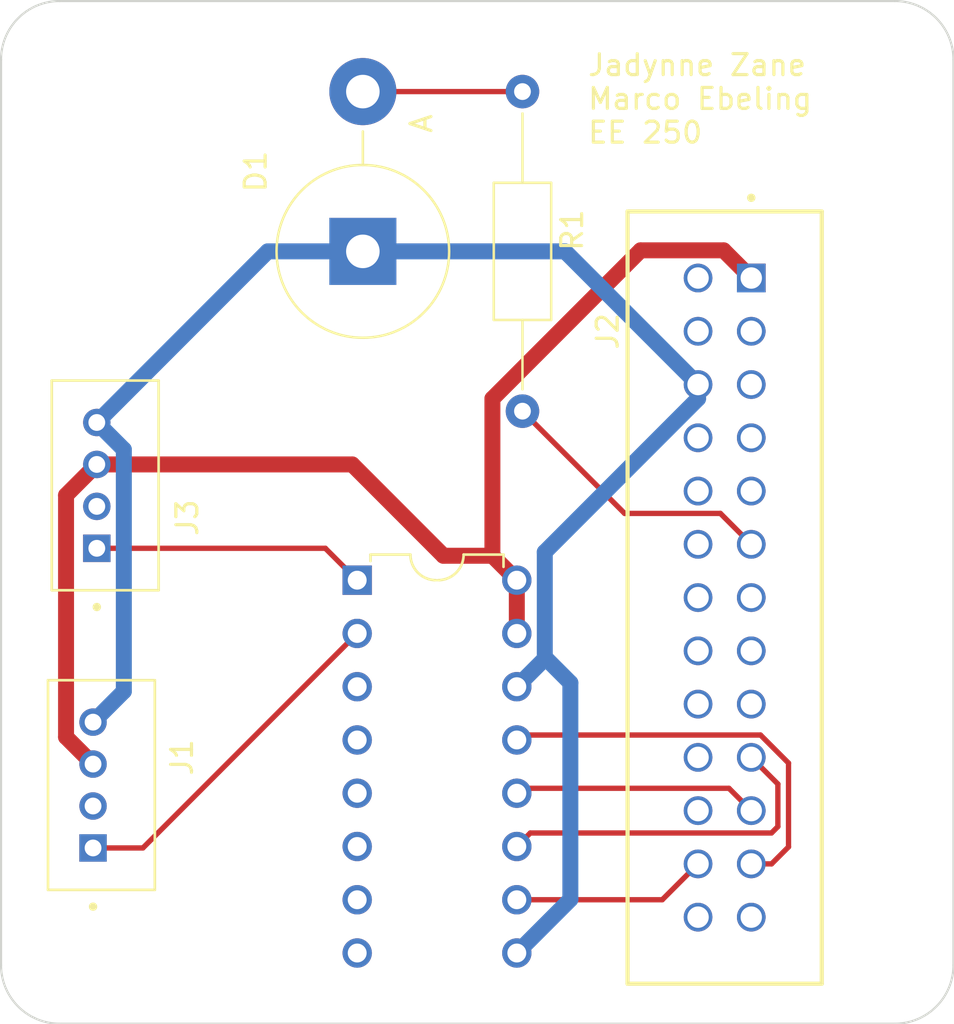
<source format=kicad_pcb>
(kicad_pcb (version 20221018) (generator pcbnew)
  (layers (0 "F.Cu" signal) (31 "B.Cu" signal) (34 "B.Paste" user) (35 "F.Paste" user) (36 "B.SilkS" user "B.Silkscreen") (37 "F.SilkS" user "F.Silkscreen") (38 "B.Mask" user) (39 "F.Mask" user) (44 "Edge.Cuts" user))
  (net 0 "")
  (net 1 "GND")
  (net 2 "Net-(D1-A)")
  (net 3 "Net-(J2-Pad11)")
  (net 4 "Net-(U1-CH1)")
  (net 6 "VDD")
  (net 22 "Net-(U1-DIN)")
  (net 24 "Net-(U1-DOUT)")
  (net 26 "Net-(U1-CLK)")
  (net 27 "Net-(U1-SHDN{slash}~{CS})")
  (net 30 "Net-(U1-CH0)")
  (footprint "MountingHole:MountingHole_2.2mm_M2" (layer "F.Cu") (at 121.92 44.196)
    (fp_text reference "REF**" hide)
    (fp_text value "MountingHole_2.2mm_M2")
    (pad "" np_thru_hole circle (at 0 0) (size 2.2 2.2) (drill 2.2) (layers "*.Cu" "*.Mask"))
  )
  (footprint "MountingHole:MountingHole_2.2mm_M2" (layer "F.Cu") (at 82.042 87.376)
    (fp_text reference "REF**" hide)
    (fp_text value "MountingHole_2.2mm_M2")
    (pad "" np_thru_hole circle (at 0 0) (size 2.2 2.2) (drill 2.2) (layers "*.Cu" "*.Mask"))
  )
  (footprint "Diode_THT:D_5KPW_P7.62mm_Vertical_AnodeUp" (layer "F.Cu") (at 96.52 53.34 90)
    (fp_text reference "D1" (at 3.81 -5.12 90) (layer "F.SilkS"))
    (fp_text value "LED")
    (fp_text user "A" (at 6.096 2.794 90) (layer "F.SilkS"))
    (fp_line (start 4.12 0) (end 5.72 0) (stroke (width 0.12)) (layer "F.SilkS"))
    (fp_circle (center 0 0) (end 4.12 0) (stroke (width 0.12)) (fill none) (layer "F.SilkS"))
    (pad "1" thru_hole rect (at 0 0 90) (size 3.2 3.2) (drill 1.6) (layers "*.Cu" "*.Mask") (net 1 "GND"))
    (pad "2" thru_hole oval (at 7.62 0 90) (size 3.2 3.2) (drill 1.6) (layers "*.Cu" "*.Mask") (net 2 "Net-(D1-A)"))
  )
  (footprint "downloads:SEEED_110990030" (layer "F.Cu") (at 83.82 64.5 90)
    (fp_text reference "J3" (at -1.54 4.318 90) (layer "F.SilkS"))
    (fp_text value "110990030")
    (fp_line (start -5 -2.15) (end 5 -2.15) (stroke (width 0.127)) (layer "F.SilkS"))
    (fp_line (start -5 2.95) (end -5 -2.15) (stroke (width 0.127)) (layer "F.SilkS"))
    (fp_line (start 5 -2.15) (end 5 2.95) (stroke (width 0.127)) (layer "F.SilkS"))
    (fp_line (start 5 2.95) (end -5 2.95) (stroke (width 0.127)) (layer "F.SilkS"))
    (fp_circle (center -5.8 0) (end -5.7 0) (stroke (width 0.2)) (fill none) (layer "F.SilkS"))
    (pad "1" thru_hole rect (at -3 0 90) (size 1.308 1.308) (drill 0.8) (layers "*.Cu" "*.Mask") (net 30 "Net-(U1-CH0)"))
    (pad "2" thru_hole circle (at -1 0 90) (size 1.308 1.308) (drill 0.8) (layers "*.Cu" "*.Mask"))
    (pad "3" thru_hole circle (at 1 0 90) (size 1.308 1.308) (drill 0.8) (layers "*.Cu" "*.Mask") (net 6 "VDD"))
    (pad "4" thru_hole circle (at 3 0 90) (size 1.308 1.308) (drill 0.8) (layers "*.Cu" "*.Mask") (net 1 "GND"))
  )
  (footprint "MountingHole:MountingHole_2.2mm_M2" (layer "F.Cu") (at 82.042 44.196)
    (fp_text reference "REF**" hide)
    (fp_text value "MountingHole_2.2mm_M2")
    (pad "" np_thru_hole circle (at 0 0) (size 2.2 2.2) (drill 2.2) (layers "*.Cu" "*.Mask"))
  )
  (footprint "downloads:DIP16-2.54-19.2X7.62MM" (layer "F.Cu") (at 100.06 77.91 -90)
    (property "VALUE" "MCP3008-I/P-DIP16")
    (fp_text reference "U1" hide)
    (fp_text value "MCU-MCP3008-I_P_DIP16-7.62MM_")
    (fp_line (start -10.11 -3.175) (end -9.525 -3.175) (stroke (width 0.127)) (layer "F.SilkS"))
    (fp_line (start -10.11 -1.27) (end -10.11 -3.175) (stroke (width 0.127)) (layer "F.SilkS"))
    (fp_line (start -10.11 3.175) (end -10.11 1.27) (stroke (width 0.127)) (layer "F.SilkS"))
    (fp_line (start -10.11 3.175) (end -9.8 3.175) (stroke (width 0.127)) (layer "F.SilkS"))
    (fp_arc (start -10.11 -1.27) (mid -9.24733 -0.91267) (end -8.89 -0.05) (stroke (width 0.127)) (layer "F.SilkS"))
    (fp_arc (start -8.89 0.05) (mid -9.24733 0.91267) (end -10.11 1.27) (stroke (width 0.127)) (layer "F.SilkS"))
    (pad "1" thru_hole rect (at -8.89 3.81 270) (size 1.4 1.4) (drill 0.9) (layers "*.Cu" "*.Mask") (net 30 "Net-(U1-CH0)"))
    (pad "2" thru_hole circle (at -6.35 3.81 270) (size 1.4 1.4) (drill 0.9) (layers "*.Cu" "*.Mask") (net 4 "Net-(U1-CH1)"))
    (pad "3" thru_hole circle (at -3.81 3.81 270) (size 1.4 1.4) (drill 0.9) (layers "*.Cu" "*.Mask"))
    (pad "4" thru_hole circle (at -1.27 3.81 270) (size 1.4 1.4) (drill 0.9) (layers "*.Cu" "*.Mask"))
    (pad "5" thru_hole circle (at 1.27 3.81 270) (size 1.4 1.4) (drill 0.9) (layers "*.Cu" "*.Mask"))
    (pad "6" thru_hole circle (at 3.81 3.81 270) (size 1.4 1.4) (drill 0.9) (layers "*.Cu" "*.Mask"))
    (pad "7" thru_hole circle (at 6.35 3.81 270) (size 1.4 1.4) (drill 0.9) (layers "*.Cu" "*.Mask"))
    (pad "8" thru_hole circle (at 8.89 3.81 270) (size 1.4 1.4) (drill 0.9) (layers "*.Cu" "*.Mask"))
    (pad "9" thru_hole circle (at 8.89 -3.81 270) (size 1.4 1.4) (drill 0.9) (layers "*.Cu" "*.Mask") (net 1 "GND"))
    (pad "10" thru_hole circle (at 6.35 -3.81 270) (size 1.4 1.4) (drill 0.9) (layers "*.Cu" "*.Mask") (net 27 "Net-(U1-SHDN{slash}~{CS})"))
    (pad "11" thru_hole circle (at 3.81 -3.81 270) (size 1.4 1.4) (drill 0.9) (layers "*.Cu" "*.Mask") (net 22 "Net-(U1-DIN)"))
    (pad "12" thru_hole circle (at 1.27 -3.81 270) (size 1.4 1.4) (drill 0.9) (layers "*.Cu" "*.Mask") (net 24 "Net-(U1-DOUT)"))
    (pad "13" thru_hole circle (at -1.27 -3.81 270) (size 1.4 1.4) (drill 0.9) (layers "*.Cu" "*.Mask") (net 26 "Net-(U1-CLK)"))
    (pad "14" thru_hole circle (at -3.81 -3.81 270) (size 1.4 1.4) (drill 0.9) (layers "*.Cu" "*.Mask") (net 1 "GND"))
    (pad "15" thru_hole circle (at -6.35 -3.81 270) (size 1.4 1.4) (drill 0.9) (layers "*.Cu" "*.Mask") (net 6 "VDD"))
    (pad "16" thru_hole circle (at -8.89 -3.81 270) (size 1.4 1.4) (drill 0.9) (layers "*.Cu" "*.Mask") (net 6 "VDD"))
  )
  (footprint "downloads:SAMTEC_TSS-113-01-S-D" (layer "F.Cu") (at 112.912 54.61 -90)
    (fp_text reference "J2" (at 2.54 4.708 90) (layer "F.SilkS"))
    (fp_text value "TSS-113-01-S-D")
    (fp_line (start -3.175 -5.515) (end -3.175 3.755) (stroke (width 0.2)) (layer "F.SilkS"))
    (fp_line (start 33.655 -5.515) (end -3.175 -5.515) (stroke (width 0.2)) (layer "F.SilkS"))
    (fp_line (start 33.655 3.755) (end -3.175 3.755) (stroke (width 0.2)) (layer "F.SilkS"))
    (fp_line (start 33.655 3.755) (end 33.655 -5.515) (stroke (width 0.2)) (layer "F.SilkS"))
    (fp_circle (center -3.825 -2.15) (end -3.725 -2.15) (stroke (width 0.2)) (fill none) (layer "F.SilkS"))
    (pad "01" thru_hole rect (at 0 -2.15 270) (size 1.37 1.37) (drill 1.02) (layers "*.Cu" "*.Mask") (net 6 "VDD"))
    (pad "02" thru_hole circle (at 0 0.39 270) (size 1.37 1.37) (drill 1.02) (layers "*.Cu" "*.Mask"))
    (pad "03" thru_hole circle (at 2.54 -2.15 270) (size 1.37 1.37) (drill 1.02) (layers "*.Cu" "*.Mask"))
    (pad "04" thru_hole circle (at 2.54 0.39 270) (size 1.37 1.37) (drill 1.02) (layers "*.Cu" "*.Mask"))
    (pad "05" thru_hole circle (at 5.08 -2.15 270) (size 1.37 1.37) (drill 1.02) (layers "*.Cu" "*.Mask"))
    (pad "06" thru_hole circle (at 5.08 0.39 270) (size 1.37 1.37) (drill 1.02) (layers "*.Cu" "*.Mask") (net 1 "GND"))
    (pad "07" thru_hole circle (at 7.62 -2.15 270) (size 1.37 1.37) (drill 1.02) (layers "*.Cu" "*.Mask"))
    (pad "08" thru_hole circle (at 7.62 0.39 270) (size 1.37 1.37) (drill 1.02) (layers "*.Cu" "*.Mask"))
    (pad "09" thru_hole circle (at 10.16 -2.15 270) (size 1.37 1.37) (drill 1.02) (layers "*.Cu" "*.Mask"))
    (pad "10" thru_hole circle (at 10.16 0.39 270) (size 1.37 1.37) (drill 1.02) (layers "*.Cu" "*.Mask"))
    (pad "11" thru_hole circle (at 12.7 -2.15 270) (size 1.37 1.37) (drill 1.02) (layers "*.Cu" "*.Mask") (net 3 "Net-(J2-Pad11)"))
    (pad "12" thru_hole circle (at 12.7 0.39 270) (size 1.37 1.37) (drill 1.02) (layers "*.Cu" "*.Mask"))
    (pad "13" thru_hole circle (at 15.24 -2.15 270) (size 1.37 1.37) (drill 1.02) (layers "*.Cu" "*.Mask"))
    (pad "14" thru_hole circle (at 15.24 0.39 270) (size 1.37 1.37) (drill 1.02) (layers "*.Cu" "*.Mask"))
    (pad "15" thru_hole circle (at 17.78 -2.15 270) (size 1.37 1.37) (drill 1.02) (layers "*.Cu" "*.Mask"))
    (pad "16" thru_hole circle (at 17.78 0.39 270) (size 1.37 1.37) (drill 1.02) (layers "*.Cu" "*.Mask"))
    (pad "17" thru_hole circle (at 20.32 -2.15 270) (size 1.37 1.37) (drill 1.02) (layers "*.Cu" "*.Mask"))
    (pad "18" thru_hole circle (at 20.32 0.39 270) (size 1.37 1.37) (drill 1.02) (layers "*.Cu" "*.Mask"))
    (pad "19" thru_hole circle (at 22.86 -2.15 270) (size 1.37 1.37) (drill 1.02) (layers "*.Cu" "*.Mask") (net 22 "Net-(U1-DIN)"))
    (pad "20" thru_hole circle (at 22.86 0.39 270) (size 1.37 1.37) (drill 1.02) (layers "*.Cu" "*.Mask"))
    (pad "21" thru_hole circle (at 25.4 -2.15 270) (size 1.37 1.37) (drill 1.02) (layers "*.Cu" "*.Mask") (net 24 "Net-(U1-DOUT)"))
    (pad "22" thru_hole circle (at 25.4 0.39 270) (size 1.37 1.37) (drill 1.02) (layers "*.Cu" "*.Mask"))
    (pad "23" thru_hole circle (at 27.94 -2.15 270) (size 1.37 1.37) (drill 1.02) (layers "*.Cu" "*.Mask") (net 26 "Net-(U1-CLK)"))
    (pad "24" thru_hole circle (at 27.94 0.39 270) (size 1.37 1.37) (drill 1.02) (layers "*.Cu" "*.Mask") (net 27 "Net-(U1-SHDN{slash}~{CS})"))
    (pad "25" thru_hole circle (at 30.48 -2.15 270) (size 1.37 1.37) (drill 1.02) (layers "*.Cu" "*.Mask"))
    (pad "26" thru_hole circle (at 30.48 0.39 270) (size 1.37 1.37) (drill 1.02) (layers "*.Cu" "*.Mask"))
  )
  (footprint "downloads:SEEED_110990030" (layer "F.Cu") (at 83.64 78.79 90)
    (fp_text reference "J1" (at 1.32 4.244 90) (layer "F.SilkS"))
    (fp_text value "110990030")
    (fp_line (start -5 -2.15) (end 5 -2.15) (stroke (width 0.127)) (layer "F.SilkS"))
    (fp_line (start -5 2.95) (end -5 -2.15) (stroke (width 0.127)) (layer "F.SilkS"))
    (fp_line (start 5 -2.15) (end 5 2.95) (stroke (width 0.127)) (layer "F.SilkS"))
    (fp_line (start 5 2.95) (end -5 2.95) (stroke (width 0.127)) (layer "F.SilkS"))
    (fp_circle (center -5.8 0) (end -5.7 0) (stroke (width 0.2)) (fill none) (layer "F.SilkS"))
    (pad "1" thru_hole rect (at -3 0 90) (size 1.308 1.308) (drill 0.8) (layers "*.Cu" "*.Mask") (net 4 "Net-(U1-CH1)"))
    (pad "2" thru_hole circle (at -1 0 90) (size 1.308 1.308) (drill 0.8) (layers "*.Cu" "*.Mask"))
    (pad "3" thru_hole circle (at 1 0 90) (size 1.308 1.308) (drill 0.8) (layers "*.Cu" "*.Mask") (net 6 "VDD"))
    (pad "4" thru_hole circle (at 3 0 90) (size 1.308 1.308) (drill 0.8) (layers "*.Cu" "*.Mask") (net 1 "GND"))
  )
  (footprint "Resistor_THT:R_Axial_DIN0207_L6.3mm_D2.5mm_P15.24mm_Horizontal" (layer "F.Cu") (at 104.14 45.72 -90)
    (fp_text reference "R1" (at 6.604 -2.37 90) (layer "F.SilkS"))
    (fp_text value "100k")
    (fp_line (start 1.04 0) (end 4.35 0) (stroke (width 0.12)) (layer "F.SilkS"))
    (fp_line (start 4.35 -1.37) (end 4.35 1.37) (stroke (width 0.12)) (layer "F.SilkS"))
    (fp_line (start 4.35 1.37) (end 10.89 1.37) (stroke (width 0.12)) (layer "F.SilkS"))
    (fp_line (start 10.89 -1.37) (end 4.35 -1.37) (stroke (width 0.12)) (layer "F.SilkS"))
    (fp_line (start 10.89 1.37) (end 10.89 -1.37) (stroke (width 0.12)) (layer "F.SilkS"))
    (fp_line (start 14.2 0) (end 10.89 0) (stroke (width 0.12)) (layer "F.SilkS"))
    (pad "1" thru_hole circle (at 0 0 270) (size 1.6 1.6) (drill 0.8) (layers "*.Cu" "*.Mask") (net 2 "Net-(D1-A)"))
    (pad "2" thru_hole oval (at 15.24 0 270) (size 1.6 1.6) (drill 0.8) (layers "*.Cu" "*.Mask") (net 3 "Net-(J2-Pad11)"))
  )
  (footprint "MountingHole:MountingHole_2.2mm_M2" (layer "F.Cu") (at 121.92 87.376)
    (fp_text reference "REF**" hide)
    (fp_text value "MountingHole_2.2mm_M2")
    (pad "" np_thru_hole circle (at 0 0) (size 2.2 2.2) (drill 2.2) (layers "*.Cu" "*.Mask"))
  )
  (gr_line (start 124.714 44.196) (end 124.714 87.376) (stroke (width 0.1)) (layer "Edge.Cuts"))
  (gr_arc (start 121.92 41.402) (mid 123.895656 42.220344) (end 124.714 44.196) (stroke (width 0.1)) (layer "Edge.Cuts"))
  (gr_arc (start 79.248 44.196) (mid 80.066344 42.220344) (end 82.042 41.402) (stroke (width 0.1)) (layer "Edge.Cuts"))
  (gr_line (start 121.92 90.17) (end 82.042 90.17) (stroke (width 0.1)) (layer "Edge.Cuts"))
  (gr_line (start 79.248 87.376) (end 79.248 44.196) (stroke (width 0.1)) (layer "Edge.Cuts"))
  (gr_line (start 82.042 41.402) (end 121.92 41.402) (stroke (width 0.1)) (layer "Edge.Cuts"))
  (gr_arc (start 124.714 87.376) (mid 123.895656 89.351656) (end 121.92 90.17) (stroke (width 0.1)) (layer "Edge.Cuts"))
  (gr_arc (start 82.042 90.17) (mid 80.066344 89.351656) (end 79.248 87.376) (stroke (width 0.1)) (layer "Edge.Cuts"))
  (gr_text "Jadynne Zane\nMarco Ebeling\nEE 250" (at 107.188 48.26) (layer "F.SilkS") (effects (font (size 1 1)) (justify left bottom)))
  (segment (start 96.52 53.34) (end 106.172 53.34) (width 0.762) (layer "B.Cu") (net 1))
  (segment (start 106.426 84.244) (end 103.87 86.8) (width 0.762) (layer "B.Cu") (net 1))
  (segment (start 112.522 60.363238) (end 105.205 67.680238) (width 0.762) (layer "B.Cu") (net 1))
  (segment (start 112.522 59.69) (end 112.522 60.363238) (width 0.762) (layer "B.Cu") (net 1))
  (segment (start 85.109 62.789) (end 85.109 74.321) (width 0.762) (layer "B.Cu") (net 1))
  (segment (start 106.172 53.34) (end 112.522 59.69) (width 0.762) (layer "B.Cu") (net 1))
  (segment (start 91.98 53.34) (end 83.82 61.5) (width 0.762) (layer "B.Cu") (net 1))
  (segment (start 105.205 67.680238) (end 105.205 72.765) (width 0.762) (layer "B.Cu") (net 1))
  (segment (start 106.426 73.914) (end 106.426 84.244) (width 0.762) (layer "B.Cu") (net 1))
  (segment (start 85.109 74.321) (end 83.64 75.79) (width 0.762) (layer "B.Cu") (net 1))
  (segment (start 83.82 61.5) (end 85.109 62.789) (width 0.762) (layer "B.Cu") (net 1))
  (segment (start 105.277 72.765) (end 106.426 73.914) (width 0.762) (layer "B.Cu") (net 1))
  (segment (start 105.205 72.765) (end 103.87 74.1) (width 0.762) (layer "B.Cu") (net 1))
  (segment (start 105.205 72.765) (end 105.277 72.765) (width 0.762) (layer "B.Cu") (net 1))
  (segment (start 96.52 53.34) (end 91.98 53.34) (width 0.762) (layer "B.Cu") (net 1))
  (segment (start 104.14 45.72) (end 96.52 45.72) (width 0.254) (layer "F.Cu") (net 2))
  (segment (start 109.016 65.836) (end 113.588 65.836) (width 0.254) (layer "F.Cu") (net 3))
  (segment (start 104.14 60.96) (end 109.016 65.836) (width 0.254) (layer "F.Cu") (net 3))
  (segment (start 113.588 65.836) (end 115.062 67.31) (width 0.254) (layer "F.Cu") (net 3))
  (segment (start 86.02 81.79) (end 96.25 71.56) (width 0.254) (layer "F.Cu") (net 4))
  (segment (start 83.64 81.79) (end 86.02 81.79) (width 0.254) (layer "F.Cu") (net 4))
  (segment (start 102.705 60.365603) (end 109.780603 53.29) (width 0.762) (layer "F.Cu") (net 6))
  (segment (start 83.82 63.5) (end 82.351 64.969) (width 0.762) (layer "F.Cu") (net 6))
  (segment (start 96.012 63.5) (end 83.82 63.5) (width 0.762) (layer "F.Cu") (net 6))
  (segment (start 100.367 67.855) (end 96.012 63.5) (width 0.762) (layer "F.Cu") (net 6))
  (segment (start 82.351 76.501) (end 83.64 77.79) (width 0.762) (layer "F.Cu") (net 6))
  (segment (start 102.705 67.855) (end 102.705 60.365603) (width 0.762) (layer "F.Cu") (net 6))
  (segment (start 82.351 64.969) (end 82.351 76.501) (width 0.762) (layer "F.Cu") (net 6))
  (segment (start 103.87 71.56) (end 103.87 69.02) (width 0.762) (layer "F.Cu") (net 6))
  (segment (start 109.780603 53.29) (end 113.742 53.29) (width 0.762) (layer "F.Cu") (net 6))
  (segment (start 113.742 53.29) (end 115.062 54.61) (width 0.762) (layer "F.Cu") (net 6))
  (segment (start 102.705 67.855) (end 100.367 67.855) (width 0.762) (layer "F.Cu") (net 6))
  (segment (start 103.87 69.02) (end 102.705 67.855) (width 0.762) (layer "F.Cu") (net 6))
  (segment (start 103.87 81.72) (end 104.514 81.076) (width 0.254) (layer "F.Cu") (net 22))
  (segment (start 116.028 81.076) (end 116.332 80.772) (width 0.254) (layer "F.Cu") (net 22))
  (segment (start 116.332 80.772) (end 116.332 78.74) (width 0.254) (layer "F.Cu") (net 22))
  (segment (start 116.332 78.74) (end 115.062 77.47) (width 0.254) (layer "F.Cu") (net 22))
  (segment (start 104.514 81.076) (end 116.028 81.076) (width 0.254) (layer "F.Cu") (net 22))
  (segment (start 113.996 78.944) (end 115.062 80.01) (width 0.254) (layer "F.Cu") (net 24))
  (segment (start 104.106 78.944) (end 113.996 78.944) (width 0.254) (layer "F.Cu") (net 24))
  (segment (start 103.87 79.18) (end 104.106 78.944) (width 0.254) (layer "F.Cu") (net 24))
  (segment (start 116.84 77.740448) (end 116.839999 81.740737) (width 0.254) (layer "F.Cu") (net 26))
  (segment (start 116.030736 82.55) (end 115.062 82.55) (width 0.254) (layer "F.Cu") (net 26))
  (segment (start 104.106 76.404) (end 115.503552 76.404) (width 0.254) (layer "F.Cu") (net 26))
  (segment (start 115.503552 76.404) (end 116.84 77.740448) (width 0.254) (layer "F.Cu") (net 26))
  (segment (start 116.839999 81.740737) (end 116.030736 82.55) (width 0.254) (layer "F.Cu") (net 26))
  (segment (start 103.87 76.64) (end 104.106 76.404) (width 0.254) (layer "F.Cu") (net 26))
  (segment (start 110.812 84.26) (end 112.522 82.55) (width 0.254) (layer "F.Cu") (net 27))
  (segment (start 103.87 84.26) (end 110.812 84.26) (width 0.254) (layer "F.Cu") (net 27))
  (segment (start 83.82 67.5) (end 94.73 67.5) (width 0.254) (layer "F.Cu") (net 30))
  (segment (start 94.73 67.5) (end 96.25 69.02) (width 0.254) (layer "F.Cu") (net 30))
)
</source>
